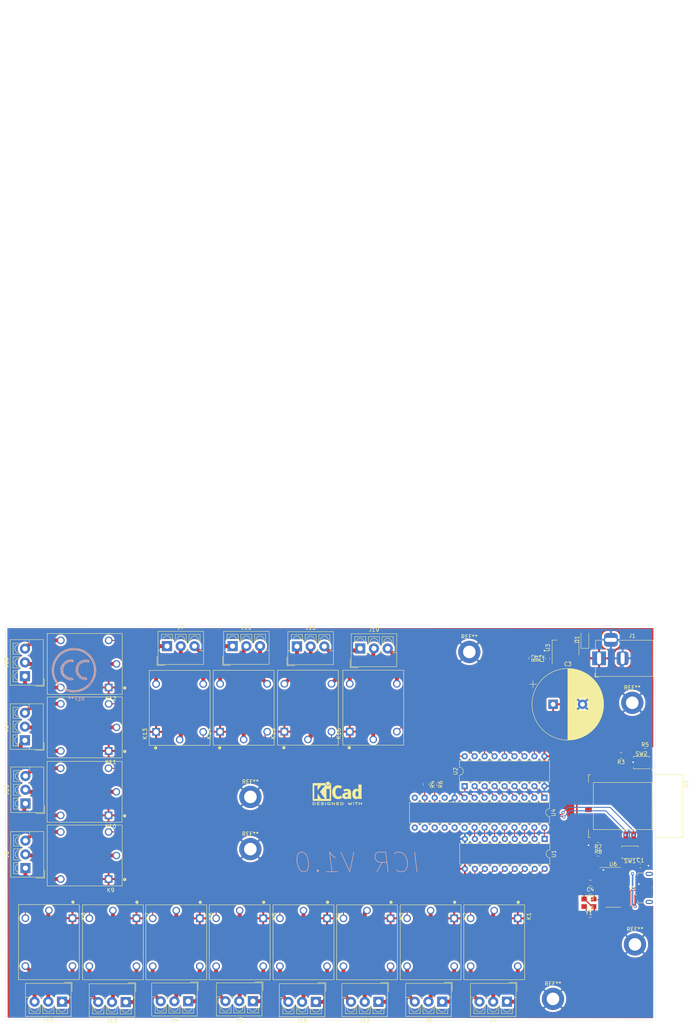
<source format=kicad_pcb>
(kicad_pcb (version 20211014) (generator pcbnew)
  (layers (0 "F.Cu" signal) (31 "B.Cu" signal) (34 "B.Paste" user) (35 "F.Paste" user) (36 "B.SilkS" user "B.Silkscreen") (37 "F.SilkS" user "F.Silkscreen") (38 "B.Mask" user) (39 "F.Mask" user) (44 "Edge.Cuts" user))
  (net 0 "")
  (net 1 "GND")
  (net 2 "+5V")
  (net 3 "Net-(C2-Pad1)")
  (net 4 "+3V3")
  (net 5 "Net-(C4-Pad1)")
  (net 6 "Net-(C5-Pad1)")
  (net 7 "Net-(C6-Pad1)")
  (net 8 "Net-(J2-Pad6)")
  (net 9 "/D-")
  (net 10 "/D+")
  (net 11 "Net-(J4-Pad3)")
  (net 12 "Net-(J4-Pad2)")
  (net 13 "Net-(J4-Pad1)")
  (net 14 "Net-(J5-Pad3)")
  (net 15 "Net-(J5-Pad2)")
  (net 16 "Net-(J5-Pad1)")
  (net 17 "Net-(J6-Pad3)")
  (net 18 "Net-(J6-Pad2)")
  (net 19 "Net-(J6-Pad1)")
  (net 20 "Net-(J7-Pad1)")
  (net 21 "Net-(J7-Pad2)")
  (net 22 "Net-(J7-Pad3)")
  (net 23 "Net-(J8-Pad1)")
  (net 24 "Net-(J8-Pad2)")
  (net 25 "Net-(J8-Pad3)")
  (net 26 "Net-(J9-Pad1)")
  (net 27 "Net-(J9-Pad2)")
  (net 28 "Net-(J9-Pad3)")
  (net 29 "Net-(J10-Pad3)")
  (net 30 "Net-(J10-Pad2)")
  (net 31 "Net-(J10-Pad1)")
  (net 32 "Net-(J11-Pad3)")
  (net 33 "Net-(J11-Pad2)")
  (net 34 "Net-(J11-Pad1)")
  (net 35 "Net-(J12-Pad3)")
  (net 36 "Net-(J12-Pad2)")
  (net 37 "Net-(J12-Pad1)")
  (net 38 "Net-(J13-Pad3)")
  (net 39 "Net-(J13-Pad2)")
  (net 40 "Net-(J13-Pad1)")
  (net 41 "Net-(J14-Pad1)")
  (net 42 "Net-(J14-Pad2)")
  (net 43 "Net-(J14-Pad3)")
  (net 44 "Net-(J15-Pad1)")
  (net 45 "Net-(J15-Pad2)")
  (net 46 "Net-(J15-Pad3)")
  (net 47 "Net-(J16-Pad1)")
  (net 48 "Net-(J16-Pad2)")
  (net 49 "Net-(J16-Pad3)")
  (net 50 "Net-(J17-Pad1)")
  (net 51 "Net-(J17-Pad2)")
  (net 52 "Net-(J17-Pad3)")
  (net 53 "Net-(J18-Pad3)")
  (net 54 "Net-(J18-Pad2)")
  (net 55 "Net-(J18-Pad1)")
  (net 56 "Net-(J19-Pad1)")
  (net 57 "Net-(J19-Pad2)")
  (net 58 "Net-(J19-Pad3)")
  (net 59 "ENABLE")
  (net 60 "/SDA")
  (net 61 "RST")
  (net 62 "/SCL")
  (net 63 "GPIO0")
  (net 64 "GPIO15")
  (net 65 "INPUT7")
  (net 66 "INPUT6")
  (net 67 "INPUT5")
  (net 68 "INPUT4")
  (net 69 "INPUT3")
  (net 70 "INPUT2")
  (net 71 "INPUT1")
  (net 72 "INPUT0")
  (net 73 "INPUT15")
  (net 74 "INPUT14")
  (net 75 "INPUT13")
  (net 76 "INPUT12")
  (net 77 "INPUT11")
  (net 78 "INPUT10")
  (net 79 "INPUT9")
  (net 80 "INPUT8")
  (net 81 "Net-(U4-Pad15)")
  (net 82 "Net-(U4-Pad16)")
  (net 83 "Net-(U4-Pad17)")
  (net 84 "Net-(U4-Pad18)")
  (net 85 "Net-(U4-Pad19)")
  (net 86 "Net-(U4-Pad20)")
  (net 87 "Net-(U4-Pad11)")
  (net 88 "Net-(U4-Pad14)")
  (net 89 "Net-(U5-Pad2)")
  (net 90 "Net-(U5-Pad4)")
  (net 91 "Net-(U5-Pad5)")
  (net 92 "Net-(U5-Pad6)")
  (net 93 "Net-(U5-Pad7)")
  (net 94 "Net-(U5-Pad17)")
  (net 95 "/RXD")
  (net 96 "/TXD")
  (net 97 "Net-(U5-Pad9)")
  (net 98 "Net-(U5-Pad10)")
  (net 99 "Net-(U5-Pad11)")
  (net 100 "Net-(U5-Pad12)")
  (net 101 "Net-(U5-Pad13)")
  (net 102 "Net-(U5-Pad14)")
  (net 103 "Net-(U6-Pad9)")
  (net 104 "Net-(U6-Pad10)")
  (net 105 "Net-(U6-Pad11)")
  (net 106 "Net-(U6-Pad12)")
  (net 107 "Net-(U6-Pad13)")
  (net 108 "Net-(U6-Pad14)")
  (net 109 "Net-(U6-Pad15)")
  (net 110 "INPUTVOL")
  (net 111 "RELAY8")
  (net 112 "RELAY7")
  (net 113 "RELAY6")
  (net 114 "RELAY5")
  (net 115 "RELAY4")
  (net 116 "RELAY3")
  (net 117 "RELAY2")
  (net 118 "RELAY1")
  (net 119 "RELAY9")
  (net 120 "RELAY10")
  (net 121 "RELAY12")
  (net 122 "RELAY13")
  (net 123 "RELAY14")
  (net 124 "RELAY16")
  (net 125 "RELAY11")
  (net 126 "RELAY15")
  (footprint "Package_TO_SOT_SMD:SOT-223-3_TabPin2" (layer "F.Cu") (at 173.67504 56.27116 90)
    (fp_text reference "U3")
    (fp_text value "AMS1117")
  )
  (footprint "Resistor_SMD:R_0805_2012Metric_Pad1.15x1.40mm_HandSolder" (layer "F.Cu") (at 181.98592 108.66628)
    (fp_text reference "R7")
    (fp_text value "10K")
  )
  (footprint "Crystal:Crystal_SMD_SeikoEpson_FA238V-4Pin_3.2x2.5mm" (layer "F.Cu") (at 179.62424 121.285 180)
    (fp_text reference "Y1")
    (fp_text value "Crystal_GND24")
  )
  (footprint "Resistor_SMD:R_0805_2012Metric_Pad1.15x1.40mm_HandSolder" (layer "F.Cu") (at 182.00116 106.6292 180)
    (fp_text reference "R8")
    (fp_text value "10K")
  )
  (footprint "Package_DIP:DIP-18_W7.62mm" (layer "F.Cu") (at 147.97532 91.57208 90)
    (fp_text reference "U2")
    (fp_text value "ULN2803A")
  )
  (footprint "Package_DIP:DIP-18_W7.62mm" (layer "F.Cu") (at 168.36644 105.0036 -90)
    (fp_text reference "U1")
    (fp_text value "ULN2803A")
  )
  (footprint "Resistor_SMD:R_0805_2012Metric_Pad1.15x1.40mm_HandSolder" (layer "F.Cu") (at 140.17752 91.1098 -90)
    (fp_text reference "R6")
    (fp_text value "4.7K")
  )
  (footprint "Resistor_SMD:R_0805_2012Metric_Pad1.15x1.40mm_HandSolder" (layer "F.Cu") (at 193.94932 82.63636)
    (fp_text reference "R5")
    (fp_text value "10K")
  )
  (footprint "Resistor_SMD:R_0805_2012Metric_Pad1.15x1.40mm_HandSolder" (layer "F.Cu") (at 187.82284 83.77428 180)
    (fp_text reference "R3")
    (fp_text value "10K")
  )
  (footprint "SRD-05VDC-SL-C:RELAY_SRD-05VDC-SL-C" (layer "F.Cu") (at 42.04208 131.3053 -90)
    (fp_text reference "K8")
    (fp_text value "SRD-05VDC-SL-C")
  )
  (footprint "Resistor_SMD:R_0805_2012Metric_Pad1.15x1.40mm_HandSolder" (layer "F.Cu") (at 138.15568 91.10472 -90)
    (fp_text reference "R4")
    (fp_text value "4.7K")
  )
  (footprint "SRD-05VDC-SL-C:RELAY_SRD-05VDC-SL-C" (layer "F.Cu") (at 51.15052 109.23016 180)
    (fp_text reference "K9")
    (fp_text value "SRD-05VDC-SL-C")
  )
  (footprint "SRD-05VDC-SL-C:RELAY_SRD-05VDC-SL-C" (layer "F.Cu") (at 51.1302 93.00718 180)
    (fp_text reference "K10")
    (fp_text value "SRD-05VDC-SL-C")
  )
  (footprint "Resistor_SMD:R_0805_2012Metric_Pad1.15x1.40mm_HandSolder" (layer "F.Cu") (at 167.24376 58.96864 90)
    (fp_text reference "R2")
    (fp_text value "550")
  )
  (footprint "Resistor_SMD:R_0805_2012Metric_Pad1.15x1.40mm_HandSolder" (layer "F.Cu") (at 165.09492 58.93932 -90)
    (fp_text reference "R1")
    (fp_text value "330")
  )
  (footprint "SRD-05VDC-SL-C:RELAY_SRD-05VDC-SL-C" (layer "F.Cu") (at 124.692781 71.569019 90)
    (fp_text reference "K16")
    (fp_text value "SRD-05VDC-SL-C")
  )
  (footprint "SRD-05VDC-SL-C:RELAY_SRD-05VDC-SL-C" (layer "F.Cu") (at 51.16576 60.4266 180)
    (fp_text reference "K12")
    (fp_text value "SRD-05VDC-SL-C")
  )
  (footprint "SRD-05VDC-SL-C:RELAY_SRD-05VDC-SL-C" (layer "F.Cu") (at 106.90352 131.3434 -90)
    (fp_text reference "K4")
    (fp_text value "SRD-05VDC-SL-C")
  )
  (footprint "SRD-05VDC-SL-C:RELAY_SRD-05VDC-SL-C" (layer "F.Cu") (at 108.0389 71.57212 90)
    (fp_text reference "K15")
    (fp_text value "SRD-05VDC-SL-C" hide)
  )
  (footprint "SRD-05VDC-SL-C:RELAY_SRD-05VDC-SL-C" (layer "F.Cu") (at 123.09348 131.3434 -90)
    (fp_text reference "K3")
    (fp_text value "SRD-05VDC-SL-C")
  )
  (footprint "SRD-05VDC-SL-C:RELAY_SRD-05VDC-SL-C" (layer "F.Cu") (at 58.34888 131.33578 -90)
    (fp_text reference "K7")
    (fp_text value "SRD-05VDC-SL-C")
  )
  (footprint "SRD-05VDC-SL-C:RELAY_SRD-05VDC-SL-C" (layer "F.Cu") (at 91.6686 71.59244 90)
    (fp_text reference "K14")
    (fp_text value "SRD-05VDC-SL-C")
  )
  (footprint "SRD-05VDC-SL-C:RELAY_SRD-05VDC-SL-C" (layer "F.Cu") (at 74.48804 131.34848 -90)
    (fp_text reference "K6")
    (fp_text value "SRD-05VDC-SL-C")
  )
  (footprint "SRD-05VDC-SL-C:RELAY_SRD-05VDC-SL-C" (layer "F.Cu") (at 75.354301 71.624939 90)
    (fp_text reference "K13")
    (fp_text value "SRD-05VDC-SL-C")
  )
  (footprint "SRD-05VDC-SL-C:RELAY_SRD-05VDC-SL-C" (layer "F.Cu") (at 90.6526 131.3434 -90)
    (fp_text reference "K5")
    (fp_text value "SRD-05VDC-SL-C")
  )
  (footprint "SRD-05VDC-SL-C:RELAY_SRD-05VDC-SL-C" (layer "F.Cu") (at 155.50388 131.3434 -90)
    (fp_text reference "K1")
    (fp_text value "SRD-05VDC-SL-C")
  )
  (footprint "TerminalBlock_4Ucon:TerminalBlock_4Ucon_1x03_P3.50mm_Vertical" (layer "F.Cu") (at 35.941 63.54064 90)
    (fp_text reference "J18")
    (fp_text value "Screw_Terminal_01x03")
  )
  (footprint "TerminalBlock_4Ucon:TerminalBlock_4Ucon_1x03_P3.50mm_Vertical" (layer "F.Cu") (at 110.06328 146.54276 180)
    (fp_text reference "J16")
    (fp_text value "Screw_Terminal_01x03")
  )
  (footprint "TerminalBlock_4Ucon:TerminalBlock_4Ucon_1x03_P3.50mm_Vertical" (layer "F.Cu") (at 105.2322 55.95112)
    (fp_text reference "J15")
    (fp_text value "Screw_Terminal_01x03")
  )
  (footprint "TerminalBlock_4Ucon:TerminalBlock_4Ucon_1x03_P3.50mm_Vertical" (layer "F.Cu") (at 88.84666 55.88508)
    (fp_text reference "J11")
    (fp_text value "Screw_Terminal_01x03")
  )
  (footprint "TerminalBlock_4Ucon:TerminalBlock_4Ucon_1x03_P3.50mm_Vertical" (layer "F.Cu") (at 36.05784 95.99168 90)
    (fp_text reference "J10")
    (fp_text value "Screw_Terminal_01x03")
  )
  (footprint "TerminalBlock_4Ucon:TerminalBlock_4Ucon_1x03_P3.50mm_Vertical" (layer "F.Cu") (at 61.6204 146.57324 180)
    (fp_text reference "J13")
    (fp_text value "Screw_Terminal_01x03")
  )
  (footprint "TerminalBlock_4Ucon:TerminalBlock_4Ucon_1x03_P3.50mm_Vertical" (layer "F.Cu") (at 72.14108 55.89016)
    (fp_text reference "J7")
    (fp_text value "Screw_Terminal_01x03")
  )
  (footprint "TerminalBlock_4Ucon:TerminalBlock_4Ucon_1x03_P3.50mm_Vertical" (layer "F.Cu") (at 35.92576 79.88808 90)
    (fp_text reference "J14")
    (fp_text value "Screw_Terminal_01x03")
  )
  (footprint "TerminalBlock_4Ucon:TerminalBlock_4Ucon_1x03_P3.50mm_Vertical" (layer "F.Cu") (at 126.01448 146.51736 180)
    (fp_text reference "J12")
    (fp_text value "Screw_Terminal_01x03")
  )
  (footprint "TerminalBlock_4Ucon:TerminalBlock_4Ucon_1x03_P3.50mm_Vertical" (layer "F.Cu") (at 94.03588 146.34972 180)
    (fp_text reference "J5")
    (fp_text value "Screw_Terminal_01x03")
  )
  (footprint "Capacitor_SMD:C_0603_1608Metric_Pad1.05x0.95mm_HandSolder" (layer "F.Cu") (at 169.12844 59.06008 90)
    (fp_text reference "C2")
    (fp_text value "10uf")
  )
  (footprint "Capacitor_SMD:C_0603_1608Metric_Pad1.05x0.95mm_HandSolder" (layer "F.Cu") (at 192.76568 111.887)
    (fp_text reference "C1")
    (fp_text value "10uf")
  )
  (footprint "TerminalBlock_4Ucon:TerminalBlock_4Ucon_1x03_P3.50mm_Vertical" (layer "F.Cu") (at 45.38472 146.47672 180)
    (fp_text reference "J17")
    (fp_text value "Screw_Terminal_01x03")
  )
  (footprint "TerminalBlock_4Ucon:TerminalBlock_4Ucon_1x03_P3.50mm_Vertical" (layer "F.Cu") (at 121.36628 56.48452)
    (fp_text reference "J19")
    (fp_text value "Screw_Terminal_01x03")
  )
  (footprint "Capacitor_SMD:C_0805_2012Metric_Pad1.15x1.40mm_HandSolder" (layer "F.Cu") (at 179.97424 124.29236)
    (fp_text reference "C6")
    (fp_text value "22pf")
  )
  (footprint "Diode_SMD:D_SOD-123" (layer "F.Cu") (at 178.61788 54.19852 90)
    (fp_text reference "D1")
    (fp_text value "D")
  )
  (footprint "Button_Switch_SMD:SW_Push_SPST_NO_Alps_SKRK" (layer "F.Cu") (at 190.09868 108.4072 180)
    (fp_text reference "SW1")
    (fp_text value "SW_Push")
  )
  (footprint "Button_Switch_SMD:SW_Push_SPST_NO_Alps_SKRK" (layer "F.Cu") (at 193.02476 85.56244)
    (fp_text reference "SW2")
    (fp_text value "SW_Push")
  )
  (footprint "SRD-05VDC-SL-C:RELAY_SRD-05VDC-SL-C" (layer "F.Cu") (at 139.30884 131.3434 -90)
    (fp_text reference "K2")
    (fp_text value "SRD-05VDC-SL-C")
  )
  (footprint "SRD-05VDC-SL-C:RELAY_SRD-05VDC-SL-C" (layer "F.Cu") (at 51.17084 76.59116 180)
    (fp_text reference "K11")
    (fp_text value "SRD-05VDC-SL-C")
  )
  (footprint "Connector_BarrelJack:BarrelJack_Horizontal" (layer "F.Cu") (at 182.22976 58.99404 180)
    (fp_text reference "J1")
    (fp_text value "Barrel_Jack_Switch")
  )
  (footprint "Capacitor_SMD:C_0805_2012Metric_Pad1.15x1.40mm_HandSolder" (layer "F.Cu") (at 179.97424 118.34368 180)
    (fp_text reference "C5")
    (fp_text value "22pf")
  )
  (footprint "XCVR_ESP8266-12E:ESP-12E" (layer "F.Cu") (at 188.02604 96.62668 -90)
    (fp_text reference "U5")
    (fp_text value "ESP8266-12E_ESP-12E")
  )
  (footprint "Capacitor_SMD:C_0805_2012Metric_Pad1.15x1.40mm_HandSolder" (layer "F.Cu") (at 180.0098 116.24056 180)
    (fp_text reference "C4")
    (fp_text value "100nf")
  )
  (footprint "Connector_USB:USB_Micro-B_GCT_USB3076-30-A" (layer "F.Cu") (at 193.81216 117.49532 90)
    (fp_text reference "J2")
    (fp_text value "USB_B_Micro")
  )
  (footprint "Package_SO:SOIC-16_3.9x9.9mm_P1.27mm" (layer "F.Cu") (at 185.80608 117.34292)
    (fp_text reference "U6")
    (fp_text value "CH340G")
  )
  (footprint "Capacitor_THT:CP_Radial_D18.0mm_P7.50mm" (layer "F.Cu") (at 170.51528 70.70852)
    (fp_text reference "C3")
    (fp_text value "CP1_Small")
  )
  (footprint "Package_DIP:DIP-28_W7.62mm" (layer "F.Cu") (at 168.2804 94.49816 -90)
    (fp_text reference "U4")
    (fp_text value "MCP23017_SP")
  )
  (footprint "TerminalBlock_4Ucon:TerminalBlock_4Ucon_1x03_P3.50mm_Vertical" (layer "F.Cu") (at 142.26032 146.47672 180)
    (fp_text reference "J8")
    (fp_text value "Screw_Terminal_01x03")
  )
  (footprint "TerminalBlock_4Ucon:TerminalBlock_4Ucon_1x03_P3.50mm_Vertical" (layer "F.Cu") (at 158.75508 146.4818 180)
    (fp_text reference "J4")
    (fp_text value "Screw_Terminal_01x03")
  )
  (footprint "TerminalBlock_4Ucon:TerminalBlock_4Ucon_1x03_P3.50mm_Vertical" (layer "F.Cu") (at 77.52588 146.37004 180)
    (fp_text reference "J9")
    (fp_text value "Screw_Terminal_01x03")
  )
  (footprint "TerminalBlock_4Ucon:TerminalBlock_4Ucon_1x03_P3.50mm_Vertical" (layer "F.Cu") (at 36.05276 112.4458 90)
    (fp_text reference "J6")
    (fp_text value "Screw_Terminal_01x03")
  )
  (footprint "MountingHole:MountingHole_3.2mm_M3_ISO7380_Pad" (layer "F.Cu") (at 93.38056 94.30512)
    (fp_text reference "REF**")
    (fp_text value "MountingHole_3.2mm_M3_ISO7380_Pad")
  )
  (footprint "MountingHole:MountingHole_3.2mm_M3_ISO7380_Pad" (layer "F.Cu") (at 93.3704 107.60456)
    (fp_text reference "REF**")
    (fp_text value "MountingHole_3.2mm_M3_ISO7380_Pad")
  )
  (footprint "MountingHole:MountingHole_3.2mm_M3_ISO7380_Pad" (layer "F.Cu") (at 190.68796 70.32244)
    (fp_text reference "REF**")
    (fp_text value "MountingHole_3.2mm_M3_ISO7380_Pad")
  )
  (footprint "MountingHole:MountingHole_3.2mm_M3_ISO7380_Pad" (layer "F.Cu") (at 191.36868 131.88188)
    (fp_text reference "REF**")
    (fp_text value "MountingHole_3.2mm_M3_ISO7380_Pad")
  )
  (footprint "MountingHole:MountingHole_3.2mm_M3_ISO7380_Pad" (layer "F.Cu") (at 149.16912 57.36844)
    (fp_text reference "REF**")
    (fp_text value "MountingHole_3.2mm_M3_ISO7380_Pad")
  )
  (footprint "MountingHole:MountingHole_3.2mm_M3_ISO7380_Pad" (layer "F.Cu") (at 170.4848 145.76552)
    (fp_text reference "REF**")
    (fp_text value "MountingHole_3.2mm_M3_ISO7380_Pad")
  )
  (footprint "Symbol:KiCad-Logo2_5mm_SilkScreen" (layer "F.Cu") (at 115.51412 93.38564)
    (fp_text reference "REF**" hide)
    (fp_text value "KiCad-Logo2_5mm_SilkScreen" hide)
  )
  (footprint "Symbol:Symbol_CreativeCommons_SilkScreenTop_Type2_Big" (layer "B.Cu") (at 48.4378 62.0268)
    (fp_text reference "REF**")
    (fp_text value "Symbol_CreativeCommons_SilkScreenTop_Type2_Big")
  )
  (gr_line (start 144.36598 -108.67898) (end 144.3482 -108.6739) (layer "F.SilkS") (width 0.12))
  (gr_line (start 196.60108 50.75428) (end 196.54012 151.20112) (layer "Edge.Cuts") (width 0.05))
  (gr_line (start 30.9372 50.77968) (end 65.81648 50.7746) (layer "Edge.Cuts") (width 0.05))
  (gr_line (start 30.99308 151.08428) (end 30.9372 50.77968) (layer "Edge.Cuts") (width 0.05))
  (gr_line (start 65.81648 50.7746) (end 196.60108 50.75428) (layer "Edge.Cuts") (width 0.05))
  (gr_line (start 196.54012 151.20112) (end 30.99308 151.08428) (layer "Edge.Cuts") (width 0.05))
  (gr_text "ICR V1.0" (at 120.81256 111.05896) (layer "B.SilkS") (effects (font (size 5 5) (thickness 0.15) italic) (justify mirror)))
  (segment (start 192.36216 116.51708) (end 192.36216 116.200321) (width 0.5) (layer "F.Cu") (net 1))
  (segment (start 193.64068 111.1618) (end 192.19868 109.7198) (width 0.6) (layer "F.Cu") (net 1))
  (segment (start 168.30548 57.8104) (end 168.30548 57.0484) (width 0.6) (layer "F.Cu") (net 1))
  (segment (start 180.97616 106.6292) (end 179.55768 106.6292) (width 0.6) (layer "F.Cu") (net 1))
  (segment (start 183.33108 112.89792) (end 180.17744 112.89792) (width 0.6) (layer "F.Cu") (net 1))
  (segment (start 180.17744 112.89792) (end 178.9848 114.09056) (width 0.6) (layer "F.Cu") (net 1))
  (segment (start 181.02604 106.57932) (end 180.97616 106.6292) (width 0.5) (layer "F.Cu") (net 1))
  (segment (start 194.7418 111.887) (end 194.80276 111.82604) (width 0.4) (layer "F.Cu") (net 1))
  (segment (start 178.42424 118.86868) (end 178.94924 118.34368) (width 0.5) (layer "F.Cu") (net 1))
  (segment (start 192.36216 116.84532) (end 192.36216 116.51708) (width 0.5) (layer "F.Cu") (net 1))
  (segment (start 178.9848 116.24056) (end 178.9848 118.30812) (width 0.5) (layer "F.Cu") (net 1))
  (segment (start 168.43872 57.94364) (end 168.30548 57.8104) (width 0.6) (layer "F.Cu") (net 1))
  (segment (start 192.19868 109.7198) (end 192.19868 108.4072) (width 0.6) (layer "F.Cu") (net 1))
  (segment (start 178.42424 120.335) (end 178.42424 118.86868) (width 0.5) (layer "F.Cu") (net 1))
  (segment (start 193.64068 111.887) (end 194.7418 111.887) (width 0.4) (layer "F.Cu") (net 1))
  (segment (start 178.9848 114.09056) (end 178.9848 116.24056) (width 0.6) (layer "F.Cu") (net 1))
  (segment (start 168.43872 57.94364) (end 168.887 57.94364) (width 0.5) (layer "F.Cu") (net 1))
  (segment (start 179.55768 106.6292) (end 179.54244 106.61396) (width 0.6) (layer "F.Cu") (net 1))
  (segment (start 167.24376 57.94364) (end 168.43872 57.94364) (width 0.5) (layer "F.Cu") (net 1))
  (segment (start 178.52424 120.335) (end 180.42424 122.235) (width 0.3) (layer "F.Cu") (net 1))
  (segment (start 178.9848 118.30812) (end 178.94924 118.34368) (width 0.5) (layer "F.Cu") (net 1))
  (segment (start 178.42424 120.335) (end 178.52424 120.335) (width 0.3) (layer "F.Cu") (net 1))
  (segment (start 168.887 57.94364) (end 169.12844 58.18508) (width 0.5) (layer "F.Cu") (net 1))
  (segment (start 193.64068 111.887) (end 193.64068 111.1618) (width 0.6) (layer "F.Cu") (net 1))
  (segment (start 180.42424 122.235) (end 180.82424 122.235) (width 0.3) (layer "F.Cu") (net 1))
  (segment (start 180.99924 122.41) (end 180.82424 122.235) (width 0.5) (layer "F.Cu") (net 1))
  (segment (start 180.99924 124.29236) (end 180.99924 122.41) (width 0.5) (layer "F.Cu") (net 1))
  (segment (start 181.02604 104.12668) (end 181.02604 106.57932) (width 0.5) (layer "F.Cu") (net 1))
  (via (at 168.30548 57.0484) (size 0.8) (drill 0.4) (layers "F.Cu" "B.Cu") (net 1))
  (via (at 192.36216 116.51708) (size 0.8) (drill 0.4) (layers "F.Cu" "B.Cu") (net 1))
  (via (at 194.80276 111.82604) (size 0.8) (drill 0.4) (layers "F.Cu" "B.Cu") (net 1))
  (via (at 183.32704 112.903) (size 0.8) (drill 0.4) (layers "F.Cu" "B.Cu") (net 1))
  (via (at 190.91656 85.46084) (size 0.8) (drill 0.4) (layers "F.Cu" "B.Cu") (net 1))
  (via (at 179.54244 106.61396) (size 0.8) (drill 0.4) (layers "F.Cu" "B.Cu") (net 1))
  (segment (start 194.80276 111.82604) (end 194.80276 111.82604) (width 0.4) (layer "B.Cu") (net 1))
  (segment (start 183.37276 112.74044) (end 183.37276 112.74044) (width 0.4) (layer "B.Cu") (net 1))
  (segment (start 188.22976 57.14404) (end 188.22976 58.99404) (width 0.4) (layer "B.Cu") (net 1))
  (segment (start 192.36216 113.22524) (end 192.36216 113.17444) (width 0.4) (layer "B.Cu") (net 1))
  (segment (start 133.7564 105.0036) (end 132.54228 103.78948) (width 0.6) (layer "B.Cu") (net 1))
  (segment (start 190.91656 83.6098) (end 178.01528 70.70852) (width 0.4) (layer "B.Cu") (net 1))
  (segment (start 135.4074 86.97976) (end 130.89128 91.49588) (width 0.6) (layer "B.Cu") (net 1))
  (segment (start 132.54228 100.41636) (end 132.54228 100.42652) (width 0.6) (layer "B.Cu") (net 1))
  (segment (start 193.71056 111.82604) (end 194.80276 111.82604) (width 0.4) (layer "B.Cu") (net 1))
  (segment (start 194.027325 110.48492) (end 184.35828 110.48492) (width 0.4) (layer "B.Cu") (net 1))
  (segment (start 169.16908 86.97976) (end 135.4074 86.97976) (width 0.6) (layer "B.Cu") (net 1))
  (segment (start 185.22976 54.29404) (end 187.07976 54.29404) (width 0.4) (layer "B.Cu") (net 1))
  (segment (start 142.30096 98.77552) (end 144.42948 96.647) (width 0.6) (layer "B.Cu") (net 1))
  (segment (start 190.91656 85.46084) (end 190.91656 83.6098) (width 0.4) (layer "B.Cu") (net 1))
  (segment (start 148.04644 105.0036) (end 133.7564 105.0036) (width 0.6) (layer "B.Cu") (net 1))
  (segment (start 168.29532 91.57208) (end 169.42669 91.57208) (width 0.6) (layer "B.Cu") (net 1))
  (segment (start 144.42948 96.647) (end 144.42948 95.48908) (width 0.6) (layer "B.Cu") (net 1))
  (segment (start 192.36216 113.17444) (end 193.71056 111.82604) (width 0.4) (layer "B.Cu") (net 1))
  (segment (start 130.89128 91.49588) (end 130.89128 98.76536) (width 0.6) (layer "B.Cu") (net 1))
  (segment (start 187.07976 54.29404) (end 188.22976 55.44404) (width 0.4) (layer "B.Cu") (net 1))
  (segment (start 188.22976 60.49404) (end 188.22976 58.99404) (width 0.4) (layer "B.Cu") (net 1))
  (segment (start 184.35828 110.48492) (end 183.37276 111.47044) (width 0.4) (layer "B.Cu") (net 1))
  (segment (start 169.42669 91.57208) (end 170.91152 90.08725) (width 0.6) (layer "B.Cu") (net 1))
  (segment (start 178.01528 70.70852) (end 188.22976 60.49404) (width 0.4) (layer "B.Cu") (net 1))
  (segment (start 192.36216 116.51708) (end 192.36216 113.22524) (width 0.4) (layer "B.Cu") (net 1))
  (segment (start 170.91152 90.08725) (end 170.91152 88.7222) (width 0.6) (layer "B.Cu") (net 1))
  (segment (start 134.19328 98.77552) (end 142.30096 98.77552) (width 0.6) (layer "B.Cu") (net 1))
  (segment (start 132.54228 100.42652) (end 134.19328 98.77552) (width 0.6) (layer "B.Cu") (net 1))
  (segment (start 144.42948 95.48908) (end 145.4204 94.49816) (width 0.6) (layer "B.Cu") (net 1))
  (segment (start 183.37276 111.47044) (end 183.37276 112.74044) (width 0.4) (layer "B.Cu") (net 1))
  (segment (start 130.89128 98.76536) (end 132.54228 100.41636) (width 0.6) (layer "B.Cu") (net 1))
  (segment (start 188.22976 55.44404) (end 188.22976 57.14404) (width 0.4) (layer "B.Cu") (net 1))
  (segment (start 170.91152 88.7222) (end 169.16908 86.97976) (width 0.6) (layer "B.Cu") (net 1))
  (segment (start 194.80276 111.260355) (end 194.027325 110.48492) (width 0.4) (layer "B.Cu") (net 1))
  (segment (start 132.54228 103.78948) (end 132.54228 100.42652) (width 0.6) (layer "B.Cu") (net 1))
  (segment (start 194.80276 111.82604) (end 194.80276 111.260355) (width 0.4) (layer "B.Cu") (net 1))
  (segment (start 191.42964 122.24004) (end 191.42964 122.39244) (width 0.4) (layer "F.Cu") (net 2))
  (segment (start 191.89068 111.887) (end 191.00292 111.887) (width 0.5) (layer "F.Cu") (net 2))
  (segment (start 191.42964 119.22784) (end 191.42964 122.24004) (width 0.4) (layer "F.Cu") (net 2))
  (segment (start 191.86216 118.79532) (end 191.42964 119.22784) (width 0.4) (layer "F.Cu") (net 2))
  (segment (start 189.992 112.89792) (end 188.28108 112.89792) (width 0.5) (layer "F.Cu") (net 2))
  (segment (start 192.36216 118.79532) (end 191.86216 118.79532) (width 0.4) (layer "F.Cu") (net 2))
  (segment (start 191.00292 111.887) (end 189.992 112.89792) (width 0.5) (layer "F.Cu") (net 2))
  (via (at 191.42964 122.24004) (size 0.8) (drill 0.4) (layers "F.Cu" "B.Cu") (net 2))
  (via (at 190.76924 113.84788) (size 0.8) (drill 0.4) (layers "F.Cu" "B.Cu") (net 2))
  (segment (start 190.76924 121.57964) (end 190.76924 113.84788) (width 0.4) (layer "B.Cu") (net 2))
  (segment (start 191.42964 122.24004) (end 190.76924 121.57964) (width 0.4) (layer "B.Cu") (net 2))
  (segment (start 170.8404 61.00572) (end 170.19908 61.00572) (width 0.5) (layer "F.Cu") (net 3))
  (segment (start 171.37504 60.47108) (end 170.8404 61.00572) (width 0.5) (layer "F.Cu") (net 3))
  (segment (start 169.06988 59.99364) (end 169.12844 59.93508) (width 0.5) (layer "F.Cu") (net 3))
  (segment (start 171.37504 59.42116) (end 171.37504 60.47108) (width 0.5) (layer "F.Cu") (net 3))
  (segment (start 165.12424 59.99364) (end 165.09492 59.96432) (width 0.5) (layer "F.Cu") (net 3))
  (segment (start 167.24376 59.99364) (end 169.06988 59.99364) (width 0.5) (layer "F.Cu") (net 3))
  (segment (start 170.19908 61.00572) (end 169.12844 59.93508) (width 0.5) (layer "F.Cu") (net 3))
  (segment (start 167.24376 59.99364) (end 165.12424 59.99364) (width 0.5) (layer "F.Cu") (net 3))
  (segment (start 188.84784 82.97428) (end 187.61584 81.74228) (width 0.5) (layer "F.Cu") (net 4))
  (segment (start 181.02604 89.12668) (end 180.02604 89.12668) (width 0.4) (layer "F.Cu") (net 4))
  (segment (start 178.61788 52.54852) (end 174.24768 52.54852) (width 0.5) (layer "F.Cu") (net 4))
  (segment (start 168.76268 88.6206) (end 143.52016 88.6206) (width 0.4) (layer "F.Cu") (net 4))
  (segment (start 177.25644 89.13368) (end 176.57572 89.8144) (width 0.4) (layer "F.Cu") (net 4))
  (segment (start 176.57572 89.8144) (end 176.57572 92.86748) (width 0.4) (layer "F.Cu") (net 4))
  (segment (start 173.67504 53.12116) (end 173.67504 54.62116) (width 0.5) (layer "F.Cu") (net 4))
  (segment (start 169.88808 53.12116) (end 173.67504 53.12116) (width 0.5) (layer "F.Cu") (net 4))
  (segment (start 180.02604 89.12668) (end 180.01904 89.13368) (width 0.4) (layer "F.Cu") (net 4))
  (segment (start 192.92432 82.63636) (end 189.98576 82.63636) (width 0.5) (layer "F.Cu") (net 4))
  (segment (start 170.688 84.27212) (end 170.688 86.69528) (width 0.4) (layer "F.Cu") (net 4))
  (segment (start 188.84784 83.77428) (end 188.84784 82.97428) (width 0.5) (layer "F.Cu") (net 4))
  (segment (start 173.67504 54.62116) (end 173.67504 59.42116) (width 0.5) (layer "F.Cu") (net 4))
  (segment (start 173.67504 59.42116) (end 173.67504 69.24876) (width 0.5) (layer "F.Cu") (net 4))
  (segment (start 187.61584 81.74228) (end 182.73776 81.74228) (width 0.5) (layer "F.Cu") (net 4))
  (segment (start 180.28592 108.66628) (end 180.96092 108.66628) (width 0.4) (layer "F.Cu") (net 4))
  (segment (start 165.09492 57.91432) (end 169.88808 53.12116) (width 0.5) (layer "F.Cu") (net 4))
  (segment (start 172.21528 70.70852) (end 170.51528 70.70852) (width 0.5) (layer "F.Cu") (net 4))
  (segment (start 170.688 72.48124) (end 170.688 84.27212) (width 0.4) (layer "F.Cu") (net 4))
  (segment (start 138.15568 90.07972) (end 140.17244 90.07972) (width 0.5) (layer "F.Cu") (net 4))
  (segment (start 175.27148 84.27212) (end 170.688 84.27212) (width 0.3) (layer "F.Cu") (net 4))
  (segment (start 181.02604 83.454) (end 181.02604 89.12668) (width 0.5) (layer "F.Cu") (net 4))
  (segment (start 176.57572 92.86748) (end 176.57572 106.38536) (width 0.4) (layer "F.Cu") (net 4))
  (segment (start 181.02604 89.12668) (end 180.12604 89.12668) (width 0.3) (layer "F.Cu") (net 4))
  (segment (start 142.05596 90.0848) (end 140.17752 90.0848) (width 0.4) (layer "F.Cu") (net 4))
  (segment (start 143.52016 90.05792) (end 143.52016 88.6206) (width 0.4) (layer "F.Cu") (net 4))
  (segment (start 174.24768 52.54852) (end 173.67504 53.12116) (width 0.5) (layer "F.Cu") (net 4))
  (segment (start 180.01904 89.13368) (end 177.25644 89.13368) (width 0.4) (layer "F.Cu") (net 4))
  (segment (start 180.12604 89.12668) (end 175.27148 84.27212) (width 0.3) (layer "F.Cu") (net 4))
  (segment (start 170.51528 70.70852) (end 170.51528 72.30852) (width 0.4) (layer "F.Cu") (net 4))
  (segment (start 189.98576 82.63636) (end 188.84784 83.77428) (width 0.5) (layer "F.Cu") (net 4))
  (segment (start 170.688 86.69528) (end 168.76268 88.6206) (width 0.4) (layer "F.Cu") (net 4))
  (segment (start 178.85664 108.66628) (end 180.28592 108.66628) (width 0.4) (layer "F.Cu") (net 4))
  (segment (start 170.51528 72.30852) (end 170.688 72.48124) (width 0.4) (layer "F.Cu") (net 4))
  (segment (start 147.9604 94.49816) (end 143.52016 90.05792) (width 0.4) (layer "F.Cu") (net 4))
  (segment (start 173.67504 69.24876) (end 172.21528 70.70852) (width 0.5) (layer "F.Cu") (net 4))
  (segment (start 182.73776 81.74228) (end 181.02604 83.454) (width 0.5) (layer "F.Cu") (net 4))
  (segment (start 143.52016 88.6206) (end 142.05596 90.0848) (width 0.4) (layer "F.Cu") (net 4))
  (segment (start 140.17244 90.07972) (end 140.17752 90.0848) (width 0.5) (layer "F.Cu") (net 4))
  (segment (start 176.57572 106.38536) (end 178.85664 108.66628) (width 0.4) (layer "F.Cu") (net 4))
  (segment (start 183.33108 116.70792) (end 181.50216 116.70792) (width 0.25) (layer "F.Cu") (net 5))
  (segment (start 181.50216 116.70792) (end 181.0348 116.24056) (width 0.25) (layer "F.Cu") (net 5))
  (segment (start 180.99924 120.16) (end 180.82424 120.335) (width 0.25) (layer "F.Cu") (net 6))
  (segment (start 183.33108 120.51792) (end 181.00716 120.51792) (width 0.25) (layer "F.Cu") (net 6))
  (segment (start 180.99924 118.34368) (end 180.99924 120.16) (width 0.25) (layer "F.Cu") (net 6))
  (segment (start 181.00716 120.51792) (end 180.82424 120.335) (width 0.25) (layer "F.Cu") (net 6))
  (segment (start 183.70179 122.15863) (end 183.70179 124.23257) (width 0.25) (layer "F.Cu") (net 7))
  (segment (start 178.94924 122.76) (end 178.42424 122.235) (width 0.25) (layer "F.Cu") (net 7))
  (segment (start 178.94924 125.58384) (end 178.94924 124.29236) (width 0.25) (layer "F.Cu") (net 7))
  (segment (start 178.94924 124.29236) (end 178.94924 122.76) (width 0.25) (layer "F.Cu") (net 7))
  (segment (start 182.1434 125.79096) (end 179.15636 125.79096) (width 0.25) (layer "F.Cu") (net 7))
  (segment (start 179.15636 125.79096) (end 178.94924 125.58384) (width 0.25) (layer "F.Cu") (net 7))
  (segment (start 183.70179 124.23257) (end 182.1434 125.79096) (width 0.25) (layer "F.Cu") (net 7))
  (segment (start 183.33108 121.78792) (end 183.70179 122.15863) (width 0.25) (layer "F.Cu") (net 7))
  (segment (start 190.598 118.56896) (end 190.598 122.96316) (width 0.2) (layer "F.Cu") (net 9))
  (segment (start 185.58616 122.8768) (end 185.58616 119.71196) (width 0.2) (layer "F.Cu") (net 9))
  (segment (start 186.32756 123.6182) (end 185.58616 122.8768) (width 0.2) (layer "F.Cu") (net 9))
  (segment (start 191.12164 118.04532) (end 190.598 118.56896) (width 0.2) (layer "F.Cu") (net 9))
  (segment (start 191.312159 118.14532) (end 191.212159 118.04532) (width 0.2) (layer "F.Cu") (net 9))
  (segment (start 185.58616 119.71196) (end 184.71212 118.83792) (width 0.2) (layer "F.Cu") (net 9))
  (segment (start 191.212159 118.04532) (end 191.12164 118.04532) (width 0.2) (layer "F.Cu") (net 9))
  (segment (start 183.74108 118.83792) (end 183.33108 119.24792) (width 0.2) (layer "F.Cu") (net 9))
  (segment (start 184.71212 118.83792) (end 183.74108 118.83792) (width 0.2) (layer "F.Cu") (net 9))
  (segment (start 189.94296 123.6182) (end 186.32756 123.6182) (width 0.2) (layer "F.Cu") (net 9))
  (segment (start 190.598 122.96316) (end 189.94296 123.6182) (width 0.2) (layer "F.Cu") (net 9))
  (segment (start 192.36216 118.14532) (end 191.312159 118.14532) (width 0.2) (layer "F.Cu") (net 9))
  (segment (start 186.03616 122.6904) (end 186.03616 119.52556) (width 0.2) (layer "F.Cu") (net 10))
  (segment (start 186.03616 119.52556) (end 184.89852 118.38792) (width 0.2) (layer "F.Cu") (net 10))
  (segment (start 190.93524 117.59532) (end 190.148 118.38256) (width 0.2) (layer "F.Cu") (net 10))
  (segment (start 190.148 122.77676) (end 189.75656 123.1682) (width 0.2) (layer "F.Cu") (net 10))
  (segment (start 186.51396 123.1682) (end 186.03616 122.6904) (width 0.2) (layer "F.Cu") (net 10))
  (segment (start 184.89852 118.38792) (end 183.74108 118.38792) (width 0.2) (layer "F.Cu") (net 10))
  (segment (start 191.212159 117.59532) (end 190.93524 117.59532) (width 0.2) (layer "F.Cu") (net 10))
  (segment (start 189.75656 123.1682) (end 186.51396 123.1682) (width 0.2) (layer "F.Cu") (net 10))
  (segment (start 183.74108 118.38792) (end 183.33108 117.97792) (width 0.2) (layer "F.Cu") (net 10))
  (segment (start 192.36216 117.49532) (end 191.312159 117.49532) (width 0.2) (layer "F.Cu") (net 10))
  (segment (start 190.148 118.38256) (end 190.148 122.77676) (width 0.2) (layer "F.Cu") (net 10))
  (segment (start 191.312159 117.49532) (end 191.212159 117.59532) (width 0.2) (layer "F.Cu") (net 10))
  (segment (start 149.50388 144.2306) (end 151.75508 146.4818) (width 1) (layer "F.Cu") (net 11))
  (segment (start 149.50388 137.4434) (end 149.50388 144.2306) (width 1) (layer "F.Cu") (net 11))
  (segment (start 155.25508 146.4818) (end 155.25508 123.4922) (width 1) (layer "F.Cu") (net 12))
  (segment (start 155.25508 123.4922) (end 155.50388 123.2434) (width 1) (layer "F.Cu") (net 12))
  (segment (start 161.50388 137.4434) (end 161.50388 146.033) (width 1) (layer "F.Cu") (net 13))
  (segment (start 161.05508 146.4818) (end 158.75508 146.4818) (width 1) (layer "F.Cu") (net 13))
  (segment (start 161.50388 146.033) (end 161.05508 146.4818) (width 1) (layer "F.Cu") (net 13))
  (segment (start 84.6526 137.4434) (end 84.6526 143.96644) (width 1) (layer "F.Cu") (net 14))
  (segment (start 84.6526 143.96644) (end 87.03588 146.34972) (width 1) (layer "F.Cu") (net 14))
  (segment (start 90.6526 123.2434) (end 90.6526 146.233) (width 1) (layer "F.Cu") (net 15))
  (segment (start 90.6526 146.233) (end 90.53588 146.34972) (width 1) (layer "F.Cu") (net 15))
  (segment (start 96.6526 146.033) (end 96.33588 146.34972) (width 1) (layer "F.Cu") (net 16))
  (segment (start 96.33588 146.34972) (end 94.03588 146.34972) (width 1) (layer "F.Cu") (net 16))
  (segment (start 96.6526 137.4434) (end 96.6526 146.033) (width 1) (layer "F.Cu") (net 16))
  (segment (start 38.2684 103.23016) (end 36.05276 105.4458) (width 1) (layer "F.Cu") (net 17))
  (segment (start 45.05052 103.23016) (end 38.2684 103.23016) (width 1) (layer "F.Cu") (net 17))
  (segment (start 59.25052 109.23016) (end 36.33712 109.23016) (width 1) (layer "F.Cu") (net 18))
  (segment (start 36.33712 109.23016) (end 36.05276 108.9458) (width 1) (layer "F.Cu") (net 18))
  (segment (start 36.05276 114.7458) (end 36.05276 112.4458) (width 1) (layer "F.Cu") (net 19))
  (segment (start 45.05052 115.23016) (end 36.53712 115.23016) (width 1) (layer "F.Cu") (net 19))
  (segment (start 36.53712 115.23016) (end 36.05276 114.7458) (width 1) (layer "F.Cu") (net 19))
  (segment (start 69.354301 65.524939) (end 69.354301 56.376939) (width 1) (layer "F.Cu") (net 20))
  (segment (start 69.84108 55.89016) (end 72.14108 55.89016) (width 1) (layer "F.Cu") (net 20))
  (segment (start 69.354301 56.376939) (end 69.84108 55.89016) (width 1) (layer "F.Cu") (net 20))
  (segment (start 75.64108 79.43816) (end 75.354301 79.724939) (width 1) (layer "F.Cu") (net 21))
  (segment (start 75.64108 55.89016) (end 75.64108 79.43816) (width 1) (layer "F.Cu") (net 21))
  (segment (start 81.354301 58.103381) (end 79.14108 55.89016) (width 1) (layer "F.Cu") (net 22))
  (segment (start 81.354301 65.524939) (end 81.354301 58.103381) (width 1) (layer "F.Cu") (net 22))
  (segment (start 144.56032 146.47672) (end 142.26032 146.47672) (width 1) (layer "F.Cu") (net 23))
  (segment (start 145.30884 145.7282) (end 144.56032 146.47672) (width 1) (layer "F.Cu") (net 23))
  (segment (start 145.30884 137.4434) (end 145.30884 145.7282) (width 1) (layer "F.Cu") (net 23))
  (segment (start 139.30884 145.9282) (end 138.76032 146.47672) (width 1) (layer "F.Cu") (net 24))
  (segment (start 139.30884 123.2434) (end 139.30884 145.9282) (width 1) (layer "F.Cu") (net 24))
  (segment (start 133.30884 137.4434) (end 133.30884 144.52524) (width 1) (layer "F.Cu") (net 25))
  (segment (start 133.30884 144.52524) (end 135.26032 146.47672) (width 1) (layer "F.Cu") (net 25))
  (segment (start 80.48804 145.70788) (end 79.82588 146.37004) (width 1) (layer "F.Cu") (net 26))
  (segment (start 79.82588 146.37004) (end 77.52588 146.37004) (width 1) (layer "F.Cu") (net 26))
  (segment (start 80.48804 137.44848) (end 80.48804 145.70788) (width 1) (layer "F.Cu") (net 26))
  (segment (start 74.48804 145.90788) (end 74.02588 146.37004) (width 1) (layer "F.Cu") (net 27))
  (segment (start 74.48804 123.24848) (end 74.48804 145.90788) (width 1) (layer "F.Cu") (net 27))
  (segment (start 68.48804 137.44848) (end 68.48804 144.3322) (width 1) (layer "F.Cu") (net 28))
  (segment (start 68.48804 144.3322) (end 70.52588 146.37004) (width 1) (layer "F.Cu") (net 28))
  (segment (start 38.04234 87.00718) (end 36.05784 88.99168) (width 1) (layer "F.Cu") (net 29))
  (segment (start 45.0302 87.00718) (end 38.04234 87.00718) (width 1) (layer "F.Cu") (net 29))
  (segment (start 59.2302 93.00718) (end 36.57334 93.00718) (width 1) (layer "F.Cu") (net 30))
  (segment (start 36.57334 93.00718) (end 36.05784 92.49168) (width 1) (layer "F.Cu") (net 30))
  (segment (start 45.0302 99.00718) (end 36.77334 99.00718) (width 1) (layer "F.Cu") (net 31))
  (segment (start 36.77334 99.00718) (end 35.76444 97.99828) (width 1) (layer "F.Cu") (net 31))
  (segment (start 35.76444 97.99828) (end 35.76444 96.28508) (width 1) (layer "F.Cu") (net 31))
  (segment (start 35.76444 96.28508) (end 36.05784 95.99168) (width 1) (layer "F.Cu") (net 31))
  (segment (start 95.84666 55.88508) (end 95.84666 63.6705) (width 1) (layer "F.Cu") (net 32))
  (segment (start 95.84666 63.6705) (end 97.6686 65.49244) (width 1) (layer "F.Cu") (net 32))
  (segment (start 91.6686 56.56314) (end 92.34666 55.88508) (width 1) (layer "F.Cu") (net 33))
  (segment (start 91.6686 79.69244) (end 91.6686 56.56314) (width 1) (layer "F.Cu") (net 33))
  (segment (start 85.6686 64.092369) (end 85.6686 65.49244) (width 1) (layer "F.Cu") (net 34))
  (segment (start 86.54666 55.88508) (end 85.6686 56.76314) (width 1) (layer "F.Cu") (net 34))
  (segment (start 88.84666 55.88508) (end 86.54666 55.88508) (width 1) (layer "F.Cu") (net 34))
  (segment (start 85.6686 56.76314) (end 85.6686 64.092369) (width 1) (layer "F.Cu") (net 34))
  (segment (start 117.09348 137.4434) (end 117.09348 144.59636) (width 1) (layer "F.Cu") (net 35))
  (segment (start 117.09348 144.59636) (end 119.01448 146.51736) (width 1) (layer "F.Cu") (net 35))
  (segment (start 122.51448 146.51736) (end 122.51448 123.8224) (width 1) (layer "F.Cu") (net 36))
  (segment (start 122.51448 123.8224) (end 123.09348 123.2434) (width 1) (layer "F.Cu") (net 36))
  (segment (start 129.09348 145.73836) (end 128.31448 146.51736) (width 1) (layer "F.Cu") (net 37))
  (segment (start 129.09348 137.4434) (end 129.09348 145.73836) (width 1) (layer "F.Cu") (net 37))
  (segment (start 128.31448 146.51736) (end 126.01448 146.51736) (width 1) (layer "F.Cu") (net 37))
  (segment (start 52.34888 137.43578) (end 52.34888 144.30172) (width 1) (layer "F.Cu") (net 38))
  (segment (start 52.34888 144.30172) (end 54.6204 146.57324) (width 1) (layer "F.Cu") (net 38))
  (segment (start 58.34888 123.23578) (end 58.34888 146.34476) (width 1) (layer "F.Cu") (net 39))
  (segment (start 58.34888 146.34476) (end 58.1204 146.57324) (width 1) (layer "F.Cu") (net 39))
  (segment (start 64.34888 137.43578) (end 64.34888 146.14476) (width 1) (layer "F.Cu") (net 40))
  (segment (start 63.9204 146.57324) (end 61.6204 146.57324) (width 1) (layer "F.Cu") (net 40))
  (segment (start 64.34888 146.14476) (end 63.9204 146.57324) (width 1) (layer "F.Cu") (net 40))
  (segment (start 34.83356 80.98028) (end 35.92576 79.88808) (width 1) (layer "F.Cu") (net 41))
  (segment (start 34.83356 81.87436) (end 34.83356 80.98028) (width 1) (layer "F.Cu") (net 41))
  (segment (start 45.07084 82.59116) (end 35.55036 82.59116) (width 1) (layer "F.Cu") (net 41))
  (segment (start 35.55036 82.59116) (end 34.83356 81.87436) (width 1) (layer "F.Cu") (net 41))
  (segment (start 59.27084 76.59116) (end 36.12884 76.59116) (width 1) (layer "F.Cu") (net 42))
  (segment (start 36.12884 76.59116) (end 35.92576 76.38808) (width 1) (layer "F.Cu") (net 42))
  (segment (start 45.07084 70.59116) (end 38.22268 70.59116) (width 1) (layer "F.Cu") (net 43))
  (segment (start 38.22268 70.59116) (end 35.92576 72.88808) (width 1) (layer "F.Cu") (net 43))
  (segment (start 105.2322 62.27882) (end 102.0389 65.47212) (width 1) (layer "F.Cu") (net 44))
  (segment (start 105.2322 55.95112) (end 105.2322 62.27882) (width 1) (layer "F.Cu") (net 44))
  (segment (start 108.7322 78.97882) (end 108.0389 79.67212) (width 1) (layer "F.Cu") (net 45))
  (segment (start 108.7322 55.95112) (end 108.7322 78.97882) (width 1) (layer "F.Cu") (net 45))
  (segment (start 113.532199 57.251119) (end 112.2322 55.95112) (width 1) (layer "F.Cu") (net 46))
  (segment (start 115.028899 58.747819) (end 113.532199 57.251119) (width 1) (layer "F.Cu") (net 46))
  (segment (start 114.0389 65.47212) (end 115.028899 64.482121) (width 1) (layer "F.Cu") (net 46))
  (segment (start 115.028899 64.482121) (end 115.028899 58.747819) (width 1) (layer "F.Cu") (net 46))
  (segment (start 112.90352 146.00252) (end 112.36328 146.54276) (width 1) (layer "F.Cu") (net 47))
  (segment (start 112.36328 146.54276) (end 110.06328 146.54276) (width 1) (layer "F.Cu") (net 47))
  (segment (start 112.90352 137.4434) (end 112.90352 146.00252) (width 1) (layer "F.Cu") (net 47))
  (segment (start 106.90352 123.2434) (end 106.90352 146.20252) (width 1) (layer "F.Cu") (net 48))
  (segment (start 106.90352 146.20252) (end 106.56328 146.54276) (width 1) (layer "F.Cu") (net 48))
  (segment (start 100.90352 137.4434) (end 100.90352 144.383) (width 1) (layer "F.Cu") (net 49))
  (segment (start 100.90352 144.383) (end 103.06328 146.54276) (width 1) (layer "F.Cu") (net 49))
  (segment (start 47.68472 146.47672) (end 45.38472 146.47672) (width 1) (layer "F.Cu") (net 50))
  (segment (start 48.04208 137.4053) (end 48.04208 146.11936) (width 1) (layer "F.Cu") (net 50))
  (segment (start 48.04208 146.11936) (end 47.68472 146.47672) (width 1) (layer "F.Cu") (net 50))
  (segment (start 41.88472 123.36266) (end 42.04208 123.2053) (width 1) (layer "F.Cu") (net 51))
  (segment (start 41.88472 146.47672) (end 41.88472 123.36266) (width 1) (layer "F.Cu") (net 51))
  (segment (start 38.38472 139.74794) (end 36.04208 137.4053) (width 1) (layer "F.Cu") (net 52))
  (segment (start 38.38472 146.47672) (end 38.38472 139.74794) (width 1) (layer "F.Cu") (net 52))
  (segment (start 38.05504 54.4266) (end 35.941 56.54064) (width 1) (layer "F.Cu") (net 53))
  (segment (start 45.06576 54.4266) (end 38.05504 54.4266) (width 1) (layer "F.Cu") (net 53))
  (segment (start 36.32696 60.4266) (end 35.941 60.04064) (width 1) (layer "F.Cu") (net 54))
  (segment (start 59.26576 60.4266) (end 36.32696 60.4266) (width 1) (layer "F.Cu") (net 54))
  (segment (start 36.52696 66.4266) (end 35.941 65.84064) (width 1) (layer "F.Cu") (net 55))
  (segment (start 45.06576 66.4266) (end 36.52696 66.4266) (width 1) (layer "F.Cu") (net 55))
  (segment (start 35.941 65.84064) (end 35.941 63.54064) (width 1) (layer "F.Cu") (net 55))
  (segment (start 120.86336 56.98744) (end 121.36628 56.48452) (width 1) (layer "F.Cu") (net 56))
  (segment (start 119.71528 56.98744) (end 120.86336 56.98744) (width 1) (layer "F.Cu") (net 56))
  (segment (start 118.692781 58.009939) (end 119.71528 56.98744) (width 1) (layer "F.Cu") (net 56))
  (segment (start 118.692781 65.469019) (end 118.692781 58.009939) (width 1) (layer "F.Cu") (net 56))
  (segment (start 124.692781 56.658019) (end 124.86628 56.48452) (width 1) (layer "F.Cu") (net 57))
  (segment (start 124.692781 79.669019) (end 124.692781 56.658019) (width 1) (layer "F.Cu") (net 57))
  (segment (start 130.692781 65.469019) (end 130.692781 58.811021) (width 1) (layer "F.Cu") (net 58))
  (segment (start 130.692781 58.811021) (end 128.36628 56.48452) (width 1) (layer "F.Cu") (net 58))
  (segment (start 191.02604 87.61756) (end 191.02604 89.12668) (width 0.25) (layer "F.Cu") (net 59))
  (segment (start 188.640478 87.46744) (end 190.87592 87.46744) (width 0.25) (layer "F.Cu") (net 59))
  (segment (start 186.79784 83.77428) (end 186.79784 85.624802) (width 0.25) (layer "F.Cu") (net 59))
  (segment (start 186.79784 85.624802) (end 188.640478 87.46744) (width 0.25) (layer "F.Cu") (net 59))
  (segment (start 190.87592 87.46744) (end 191.02604 87.61756) (width 0.25) (layer "F.Cu") (net 59))
  (segment (start 141.38116 99.21029) (end 173.03285 99.21029) (width 0.25) (layer "F.Cu") (net 60))
  (segment (start 137.8004 94.49816) (end 137.8004 92.485) (width 0.25) (layer "F.Cu") (net 60))
  (segment (start 137.8004 94.49816) (end 137.8004 95.62953) (width 0.25) (layer "F.Cu") (net 60))
  (segment (start 137.8004 95.62953) (end 141.38116 99.21029) (width 0.25) (layer "F.Cu") (net 60))
  (segment (start 173.03285 99.21029) (end 173.25848 99.43592) (width 0.25) (layer "F.Cu") (net 60))
  (segment (start 137.8004 92.485) (end 138.15568 92.12972) (width 0.25) (layer "F.Cu") (net 60))
  (via (at 173.25848 99.43592) (size 0.8) (drill 0.4) (layers "F.Cu" "B.Cu") (net 60))
  (via (at 188.91504 104.03332) (size 0.8) (drill 0.4) (layers "F.Cu" "B.Cu") (net 60))
  (segment (start 188.91504 104.03332) (end 188.91504 104.09428) (width 0.25) (layer "B.Cu") (net 60))
  (segment (start 183.92648 97.84588) (end 176.9364 97.84588) (width 0.25) (layer "B.Cu") (net 60))
  (segment (start 176.9364 97.84588) (end 176.93132 97.85096) (width 0.25) (layer "B.Cu") (net 60))
  (segment (start 176.93132 97.85096) (end 174.84344 97.85096) (width 0.25) (layer "B.Cu") (net 60))
  (segment (start 188.91504 102.83444) (end 183.92648 97.84588) (width 0.25) (layer "B.Cu") (net 60))
  (segment (start 188.91504 104.03332) (end 188.91504 102.83444) (width 0.25) (layer "B.Cu") (net 60))
  (segment (start 174.84344 97.85096) (end 173.25848 99.43592) (width 0.25) (layer "B.Cu") (net 60))
  (segment (start 194.97432 82.63636) (end 194.97432 85.412) (width 0.25) (layer "F.Cu") (net 61))
  (segment (start 195.12476 89.02796) (end 195.02604 89.12668) (width 0.25) (layer "F.Cu") (net 61))
  (segment (start 194.97432 85.412) (end 195.12476 85.56244) (width 0.25) (layer "F.Cu") (net 61))
  (segment (start 195.12476 85.56244) (end 195.12476 89.02796) (width 0.25) (layer "F.Cu") (net 61))
  (segment (start 172.8978 98.76028) (end 172.8978 98.43516) (width 0.25) (layer "F.Cu") (net 62))
  (segment (start 140.3404 92.29768) (end 140.17752 92.1348) (width 0.25) (layer "F.Cu") (net 62))
  (segment (start 140.3404 94.49816) (end 140.3404 95.62953) (width 0.25) (layer "F.Cu") (net 62))
  (segment (start 143.47115 98.76028) (end 172.8978 98.76028) (width 0.25) (layer "F.Cu") (net 62))
  (segment (start 140.3404 94.49816) (end 140.3404 92.29768) (width 0.25) (layer "F.Cu") (net 62))
  (segment (start 140.3404 95.62953) (end 143.47115 98.76028) (width 0.25) (layer "F.Cu") (net 62))
  (segment (start 172.8978 98.43516) (end 173.04512 98.28784) (width 0.25) (layer "F.Cu") (net 62))
  (via (at 173.04512 98.28784) (size 0.8) (drill 0.4) (layers "F.Cu" "B.Cu") (net 62))
  (via (at 191.0334 104.08412) (size 0.8) (drill 0.4) (layers "F.Cu" "B.Cu") (net 62))
  (segment (start 191.0334 104.08412) (end 191.0334 104.08412) (width 0.25) (layer "B.Cu") (net 62))
  (segment (start 174.40148 96.93148) (end 173.04512 98.28784) (width 0.25) (layer "B.Cu") (net 62))
  (segment (start 191.0334 104.08412) (end 191.0334 102.95128) (width 0.25) (layer "B.Cu") (net 62))
  (segment (start 185.04408 96.96196) (end 177.400485 96.96196) (width 0.25) (layer "B.Cu") (net 62))
  (segment (start 176.054285 96.9518) (end 176.033965 96.93148) (width 0.25) (layer "B.Cu") (net 62))
  (segment (start 177.400485 96.96196) (end 177.390325 96.9518) (width 0.25) (layer "B.Cu") (net 62))
  (segment (start 177.390325 96.9518) (end 176.054285 96.9518) (width 0.25) (layer "B.Cu") (net 62))
  (segment (start 191.0334 102.95128) (end 185.04408 96.96196) (width 0.25) (layer "B.Cu") (net 62))
  (segment (start 176.033965 96.93148) (end 174.40148 96.93148) (width 0.25) (layer "B.Cu") (net 62))
  (segment (start 184.4878 107.8644) (end 187.02604 107.8644) (width 0.25) (layer "F.Cu") (net 63))
  (segment (start 183.68592 108.66628) (end 184.4878 107.8644) (width 0.25) (layer "F.Cu") (net 63))
  (segment (start 187.99868 108.4072) (end 187.49868 108.4072) (width 0.25) (layer "F.Cu") (net 63))
  (segment (start 187.02604 107.8644) (end 187.02604 105.37668) (width 0.25) (layer "F.Cu") (net 63))
  (segment (start 183.01092 108.66628) (end 183.68592 108.66628) (width 0.25) (layer "F.Cu") (net 63))
  (segment (start 187.49868 108.4072) (end 187.02604 107.93456) (width 0.25) (layer "F.Cu") (net 63))
  (segment (start 187.02604 107.93456) (end 187.02604 107.8644) (width 0.25) (layer "F.Cu") (net 63))
  (segment (start 187.02604 105.37668) (end 187.02604 104.12668) (width 0.25) (layer "F.Cu") (net 63))
  (segment (start 183.02604 104.12668) (end 183.02604 106.62908) (width 0.5) (layer "F.Cu") (net 64))
  (segment (start 183.02604 106.62908) (end 183.02616 106.6292) (width 0.5) (layer "F.Cu") (net 64))
  (segment (start 168.2804 104.91756) (end 168.36644 105.0036) (width 0.25) (layer "F.Cu") (net 65))
  (segment (start 168.2804 102.11816) (end 168.2804 104.91756) (width 0.25) (layer "F.Cu") (net 65))
  (segment (start 165.7404 102.11816) (end 165.7404 104.91756) (width 0.25) (layer "F.Cu") (net 66))
  (segment (start 165.7404 104.91756) (end 165.82644 105.0036) (width 0.25) (layer "F.Cu") (net 66))
  (segment (start 163.2004 102.11816) (end 163.2004 104.91756) (width 0.25) (layer "F.Cu") (net 67))
  (segment (start 163.2004 104.91756) (end 163.28644 105.0036) (width 0.25) (layer "F.Cu") (net 67))
  (segment (start 160.6604 104.91756) (end 160.74644 105.0036) (width 0.25) (layer "F.Cu") (net 68))
  (segment (start 160.6604 102.11816) (end 160.6604 104.91756) (width 0.25) (layer "F.Cu") (net 68))
  (segment (start 158.1204 104.91756) (end 158.20644 105.0036) (width 0.25) (layer "F.Cu") (net 69))
  (segment (start 158.1204 102.11816) (end 158.1204 104.91756) (width 0.25) (layer "F.Cu") (net 69))
  (segment (start 155.5804 102.11816) (end 155.5804 104.91756) (width 0.25) (layer "F.Cu") (net 70))
  (segment (start 155.5804 104.91756) (end 155.66644 105.0036) (width 0.25) (layer "F.Cu") (net 70))
  (segment (start 153.0404 102.11816) (end 153.0404 104.91756) (width 0.25) (layer "F.Cu") (net 71))
  (segment (start 153.0404 104.91756) (end 153.12644 105.0036) (width 0.25) (layer "F.Cu") (net 71))
  (segment (start 150.5004 102.11816) (end 150.5004 104.91756) (width 0.25) (layer "F.Cu") (net 72))
  (segment (start 150.5004 104.91756) (end 150.58644 105.0036) (width 0.25) (layer "F.Cu") (net 72))
  (segment (start 148.48488 93.13164) (end 149.13388 93.13164) (width 0.25) (layer "F.Cu") (net 73))
  (segment (start 147.97532 92.62208) (end 148.48488 93.13164) (width 0.25) (layer "F.Cu") (net 73))
  (segment (start 149.13388 93.13164) (end 150.5004 94.49816) (width 0.25) (layer "F.Cu") (net 73))
  (segment (start 147.97532 91.57208) (end 147.97532 92.62208) (width 0.25) (layer "F.Cu") (net 73))
  (segment (start 150.51532 91.57208) (end 153.0404 94.09716) (width 0.25) (layer "F.Cu") (net 74))
  (segment (start 153.0404 94.09716) (end 153.0404 94.49816) (width 0.25) (layer "F.Cu") (net 74))
  (segment (start 155.5804 94.09716) (end 155.5804 94.49816) (width 0.25) (layer "F.Cu") (net 75))
  (segment (start 153.05532 91.57208) (end 155.5804 94.09716) (width 0.25) (layer "F.Cu") (net 75))
  (segment (start 158.1204 94.09716) (end 158.1204 94.49816) (width 0.25) (layer "F.Cu") (net 76))
  (segment (start 155.59532 91.57208) (end 158.1204 94.09716) (width 0.25) (layer "F.Cu") (net 76))
  (segment (start 160.6604 94.09716) (end 160.6604 94.49816) (width 0.25) (layer "F.Cu") (net 77))
  (segment (start 158.13532 91.57208) (end 160.6604 94.09716) (width 0.25) (layer "F.Cu") (net 77))
  (segment (start 160.67532 91.57208) (end 163.2004 94.09716) (width 0.25) (layer "F.Cu") (net 78))
  (segment (start 163.2004 94.09716) (end 163.2004 94.49816) (width 0.25) (layer "F.Cu") (net 78))
  (segment (start 165.7404 94.09716) (end 165.7404 94.49816) (width 0.25) (layer "F.Cu") (net 79))
  (segment (start 163.21532 91.57208) (end 165.7404 94.09716) (width 0.25) (layer "F.Cu") (net 79))
  (segment (start 168.2804 94.09716) (end 168.2804 94.49816) (width 0.25) (layer "F.Cu") (net 80))
  (segment (start 165.75532 91.57208) (end 168.2804 94.09716) (width 0.25) (layer "F.Cu") (net 80))
  (segment (start 184.92724 112.55756) (end 184.92724 113.64676) (width 0.25) (layer "F.Cu") (net 95))
  (segment (start 193.02604 104.12668) (end 193.02604 104.52668) (width 0.25) (layer "F.Cu") (net 95))
  (segment (start 189.18428 108.36844) (end 189.18428 110.00232) (width 0.25) (layer "F.Cu") (net 95))
  (segment (start 184.40608 114.16792) (end 183.33108 114.16792) (width 0.25) (layer "F.Cu") (net 95))
  (segment (start 184.92724 113.64676) (end 184.40608 114.16792) (width 0.25) (layer "F.Cu") (net 95))
  (segment (start 186.25312 111.23168) (end 184.92724 112.55756) (width 0.25) (layer "F.Cu") (net 95))
  (segment (start 189.18428 110.00232) (end 187.95492 111.23168) (width 0.25) (layer "F.Cu") (net 95))
  (segment (start 187.95492 111.23168) (end 186.25312 111.23168) (width 0.25) (layer "F.Cu") (net 95))
  (segment (start 193.02604 104.52668) (end 189.18428 108.36844) (width 0.25) (layer "F.Cu") (net 95))
  (segment (start 184.60212 115.43792) (end 183.33108 115.43792) (width 0.25) (layer "F.Cu") (net 96))
  (segment (start 195.02604 105.37668) (end 194.1342 106.26852) (width 0.25) (layer "F.Cu") (net 96))
  (segment (start 185.37725 112.85431) (end 185.37725 114.66279) (width 0.25) (layer "F.Cu") (net 96))
  (segment (start 186.54987 111.68169) (end 185.37725 112.85431) (width 0.25) (layer "F.Cu") (net 96))
  (segment (start 191.92061 106.26852) (end 189.74308 108.44605) (width 0.25) (layer "F.Cu") (net 96))
  (segment (start 188.266911 111.681689) (end 188.14132 111.68169) (width 0.25) (layer "F.Cu") (net 96))
  (segment (start 188.14132 111.68169) (end 186.54987 111.68169) (width 0.25) (layer "F.Cu") (net 96))
  (segment (start 185.37725 114.66279) (end 184.60212 115.43792) (width 0.25) (layer "F.Cu") (net 96))
  (segment (start 194.1342 106.26852) (end 191.92061 106.26852) (width 0.25) (layer "F.Cu") (net 96))
  (segment (start 195.02604 104.12668) (end 195.02604 105.37668) (width 0.25) (layer "F.Cu") (net 96))
  (segment (start 189.74308 108.44605) (end 189.74308 110.20552) (width 0.25) (layer "F.Cu") (net 96))
  (segment (start 189.74308 110.20552) (end 188.266911 111.681689) (width 0.25) (layer "F.Cu") (net 96))
  (segment (start 179.13118 58.14546) (end 178.58232 57.5966) (width 0.5) (layer "F.Cu") (net 110))
  (segment (start 182.22976 58.99404) (end 179.97976 58.99404) (width 0.5) (layer "F.Cu") (net 110))
  (segment (start 175.97504 59.42116) (end 177.22504 59.42116) (width 0.5) (layer "F.Cu") (net 110))
  (segment (start 179.97976 58.99404) (end 179.13118 58.14546) (width 0.5) (layer "F.Cu") (net 110))
  (segment (start 177.22504 59.42116) (end 178.50074 58.14546) (width 0.5) (layer "F.Cu") (net 110))
  (segment (start 178.58232 57.5966) (end 178.61788 57.56104) (width 0.5) (layer "F.Cu") (net 110))
  (segment (start 178.61788 57.56104) (end 178.61788 55.84852) (width 0.5) (layer "F.Cu") (net 110))
  (segment (start 178.50074 58.14546) (end 179.13118 58.14546) (width 0.5) (layer "F.Cu") (net 110))
  (segment (start 35.97656 121.43232) (end 36.04208 121.49784) (width 0.25) (layer "F.Cu") (net 111))
  (segment (start 150.58644 112.6236) (end 150.58644 114.1476) (width 0.25) (layer "F.Cu") (net 111))
  (segment (start 150.58644 114.1476) (end 147.665908 117.068132) (width 0.25) (layer "F.Cu") (net 111))
  (segment (start 36.04208 121.49784) (end 36.04208 125.2053) (width 0.25) (layer "F.Cu") (net 111))
  (segment (start 64.78821 120.60131) (end 36.80757 120.60131) (width 0.25) (layer "F.Cu") (net 111))
  (segment (start 68.321388 117.068132) (end 64.78821 120.60131) (width 0.25) (layer "F.Cu") (net 111))
  (segment (start 36.80757 120.60131) (end 35.97656 121.43232) (width 0.25) (layer "F.Cu") (net 111))
  (segment (start 147.665908 117.068132) (end 68.321388 117.068132) (width 0.25) (layer "F.Cu") (net 111))
  (segment (start 68.613058 117.518142) (end 65.07988 121.05132) (width 0.25) (layer "F.Cu") (net 112))
  (segment (start 52.34888 121.93576) (end 52.34888 125.23578) (width 0.25) (layer "F.Cu") (net 112))
  (segment (start 153.12644 112.6236) (end 148.231898 117.518142) (width 0.25) (layer "F.Cu") (net 112))
  (segment (start 53.23332 121.05132) (end 52.34888 121.93576) (width 0.25) (layer "F.Cu") (net 112))
  (segment (start 148.231898 117.518142) (end 68.613058 117.518142) (width 0.25) (layer "F.Cu") (net 112))
  (segment (start 65.07988 121.05132) (end 53.23332 121.05132) (width 0.25) (layer "F.Cu") (net 112))
  (segment (start 150.321888 117.968152) (end 69.788648 117.968152) (width 0.25) (layer "F.Cu") (net 113))
  (segment (start 69.788648 117.968152) (end 68.48804 119.26876) (width 0.25) (layer "F.Cu") (net 113))
  (segment (start 68.48804 119.26876) (end 68.48804 125.24848) (width 0.25) (layer "F.Cu") (net 113))
  (segment (start 155.66644 112.6236) (end 150.321888 117.968152) (width 0.25) (layer "F.Cu") (net 113))
  (segment (start 152.411879 118.418161) (end 86.016279 118.418161) (width 0.25) (layer "F.Cu") (net 114))
  (segment (start 86.016279 118.418161) (end 84.6526 119.78184) (width 0.25) (layer "F.Cu") (net 114))
  (segment (start 158.20644 112.6236) (end 152.411879 118.418161) (width 0.25) (layer "F.Cu") (net 114))
  (segment (start 84.6526 119.78184) (end 84.6526 125.2434) (width 0.25) (layer "F.Cu") (net 114))
  (segment (start 160.74644 112.6236) (end 154.50187 118.86817) (width 0.25) (layer "F.Cu") (net 115))
  (segment (start 154.50187 118.86817) (end 102.40647 118.86817) (width 0.25) (layer "F.Cu") (net 115))
  (segment (start 100.90352 120.37112) (end 100.90352 125.2434) (width 0.25) (layer "F.Cu") (net 115))
  (segment (start 102.40647 118.86817) (end 100.90352 120.37112) (width 0.25) (layer "F.Cu") (net 115))
  (segment (start 162.486441 113.423599) (end 162.486441 113.464239) (width 0.25) (layer "F.Cu") (net 116))
  (segment (start 120.38162 119.31818) (end 117.09348 122.60632) (width 0.25) (layer "F.Cu") (net 116))
  (segment (start 117.09348 122.60632) (end 117.09348 125.2434) (width 0.25) (layer "F.Cu") (net 116))
  (segment (start 156.6325 119.31818) (end 120.38162 119.31818) (width 0.25) (layer "F.Cu") (net 116))
  (segment (start 162.486441 113.464239) (end 156.6325 119.31818) (width 0.25) (layer "F.Cu") (net 116))
  (segment (start 163.28644 112.6236) (end 162.486441 113.423599) (width 0.25) (layer "F.Cu") (net 116))
  (segment (start 165.82644 112.6236) (end 158.68185 119.76819) (width 0.25) (layer "F.Cu") (net 117))
  (segment (start 136.43145 119.76819) (end 133.30884 122.8908) (width 0.25) (layer "F.Cu") (net 117))
  (segment (start 158.68185 119.76819) (end 136.43145 119.76819) (width 0.25) (layer "F.Cu") (net 117))
  (segment (start 133.30884 122.8908) (end 133.30884 125.2434) (width 0.25) (layer "F.Cu") (net 117))
  (segment (start 151.83612 120.2182) (end 149.50388 122.55044) (width 0.25) (layer "F.Cu") (net 118))
  (segment (start 168.36644 112.6236) (end 160.77184 120.2182) (width 0.25) (layer "F.Cu") (net 118))
  (segment (start 149.50388 122.55044) (end 149.50388 125.2434) (width 0.25) (layer "F.Cu") (net 118))
  (segment (start 160.77184 120.2182) (end 151.83612 120.2182) (width 0.25) (layer "F.Cu") (net 118))
  (segment (start 146.84395 83.95208) (end 145.57395 82.68208) (width 0.25) (layer "F.Cu") (net 119))
  (segment (start 68.4784 98.9584) (end 64.20664 103.23016) (width 0.25) (layer "F.Cu") (net 119))
  (segment (start 136.76376 82.68208) (end 131.98865 87.45719) (width 0.25) (layer "F.Cu") (net 119))
  (segment (start 147.97532 83.95208) (end 146.84395 83.95208) (width 0.25) (layer "F.Cu") (net 119))
  (segment (start 69.18461 87.45719) (end 68.4784 88.1634) (width 0.25) (layer "F.Cu") (net 119))
  (segment (start 68.4784 88.1634) (end 68.4784 98.9584) (width 0.25) (layer "F.Cu") (net 119))
  (segment (start 131.98865 87.45719) (end 69.18461 87.45719) (width 0.25) (layer "F.Cu") (net 119))
  (segment (start 64.20664 103.23016) (end 57.25052 103.23016) (width 0.25) (layer "F.Cu") (net 119))
  (segment (start 145.57395 82.68208) (end 136.76376 82.68208) (width 0.25) (layer "F.Cu") (net 119))
  (segment (start 149.3774 82.04708) (end 136.33619 82.04708) (width 0.25) (layer "F.Cu") (net 120))
  (segment (start 131.37609 87.00718) (end 58.630271 87.00718) (width 0.25) (layer "F.Cu") (net 120))
  (segment (start 136.33619 82.04708) (end 131.37609 87.00718) (width 0.25) (layer "F.Cu") (net 120))
  (segment (start 149.715321 83.152081) (end 149.715321 82.385001) (width 0.25) (layer "F.Cu") (net 120))
  (segment (start 58.630271 87.00718) (end 57.2302 87.00718) (width 0.25) (layer "F.Cu") (net 120))
  (segment (start 149.715321 82.385001) (end 149.3774 82.04708) (width 0.25) (layer "F.Cu") (net 120))
  (segment (start 150.51532 83.95208) (end 149.715321 83.152081) (width 0.25) (layer "F.Cu") (net 120))
  (segment (start 155.59532 83.95208) (end 154.795321 83.152081) (width 0.25) (layer "F.Cu") (net 121))
  (segment (start 136.21145 80.899) (end 132.44928 84.66117) (width 0.25) (layer "F.Cu") (net 121))
  (segment (start 68.79633 84.66117) (end 66.55308 82.41792) (width 0.25) (layer "F.Cu") (net 121))
  (segment (start 154.26436 80.899) (end 136.21145 80.899) (width 0.25) (layer "F.Cu") (net 121))
  (segment (start 62.94576 54.4266) (end 58.665831 54.4266) (width 0.25) (layer "F.Cu") (net 121))
  (segment (start 66.55308 58.03392) (end 62.94576 54.4266) (width 0.25) (layer "F.Cu") (net 121))
  (segment (start 154.795321 83.152081) (end 154.795321 81.429961) (width 0.25) (layer "F.Cu") (net 121))
  (segment (start 66.55308 82.41792) (end 66.55308 58.03392) (width 0.25) (layer "F.Cu") (net 121))
  (segment (start 154.795321 81.429961) (end 154.26436 80.899) (width 0.25) (layer "F.Cu") (net 121))
  (segment (start 132.44928 84.66117) (end 68.79633 84.66117) (width 0.25) (layer "F.Cu") (net 121))
  (segment (start 58.665831 54.4266) (end 57.26576 54.4266) (width 0.25) (layer "F.Cu") (net 121))
  (segment (start 132.26288 84.21116) (end 82.63636 84.21116) (width 0.25) (layer "F.Cu") (net 122))
  (segment (start 136.28624 80.1878) (end 132.26288 84.21116) (width 0.25) (layer "F.Cu") (net 122))
  (segment (start 158.13532 82.82071) (end 155.50241 80.1878) (width 0.25) (layer "F.Cu") (net 122))
  (segment (start 158.13532 83.95208) (end 158.13532 82.82071) (width 0.25) (layer "F.Cu") (net 122))
  (segment (start 81.354301 82.929101) (end 81.354301 77.724939) (width 0.25) (layer "F.Cu") (net 122))
  (segment (start 82.63636 84.21116) (end 81.354301 82.929101) (width 0.25) (layer "F.Cu") (net 122))
  (segment (start 155.50241 80.1878) (end 136.28624 80.1878) (width 0.25) (layer "F.Cu") (net 122))
  (segment (start 136.144 79.16164) (end 131.97332 83.33232) (width 0.25) (layer "F.Cu") (net 123))
  (segment (start 97.09912 78.867) (end 97.09912 78.26192) (width 0.25) (layer "F.Cu") (net 123))
  (segment (start 155.88488 79.16164) (end 136.144 79.16164) (width 0.25) (layer "F.Cu") (net 123))
  (segment (start 97.59696 82.87004) (end 97.59696 79.36484) (width 0.25) (layer "F.Cu") (net 123))
  (segment (start 98.05924 83.33232) (end 97.59696 82.87004) (width 0.25) (layer "F.Cu") (net 123))
  (segment (start 97.09912 78.26192) (end 97.6686 77.69244) (width 0.25) (layer "F.Cu") (net 123))
  (segment (start 97.59696 79.36484) (end 97.09912 78.867) (width 0.25) (layer "F.Cu") (net 123))
  (segment (start 160.67532 83.95208) (end 155.88488 79.16164) (width 0.25) (layer "F.Cu") (net 123))
  (segment (start 131.97332 83.33232) (end 98.05924 83.33232) (width 0.25) (layer "F.Cu") (net 123))
  (segment (start 131.68278 76.67902) (end 130.692781 77.669019) (width 0.25) (layer "F.Cu") (net 124))
  (segment (start 132.78762 76.67902) (end 131.68278 76.67902) (width 0.25) (layer "F.Cu") (net 124))
  (segment (start 159.65277 76.71816) (end 132.82676 76.71816) (width 0.25) (layer "F.Cu") (net 124))
  (segment (start 165.75532 83.95208) (end 165.75532 82.82071) (width 0.25) (layer "F.Cu") (net 124))
  (segment (start 132.82676 76.71816) (end 132.78762 76.67902) (width 0.25) (layer "F.Cu") (net 124))
  (segment (start 165.75532 82.82071) (end 159.65277 76.71816) (width 0.25) (layer "F.Cu") (net 124))
  (segment (start 152.28824 81.41716) (end 136.3297 81.41716) (width 0.25) (layer "F.Cu") (net 125))
  (segment (start 68.609929 85.111179) (end 64.0842 80.58545) (width 0.25) (layer "F.Cu") (net 125))
  (segment (start 132.63568 85.11118) (end 68.609929 85.111179) (width 0.25) (layer "F.Cu") (net 125))
  (segment (start 153.05532 82.82071) (end 153.01468 82.78007) (width 0.25) (layer "F.Cu") (net 125))
  (segment (start 64.0842 80.58545) (end 64.0842 73.90892) (width 0.25) (layer "F.Cu") (net 125))
  (segment (start 153.01468 82.1436) (end 152.28824 81.41716) (width 0.25) (layer "F.Cu") (net 125))
  (segment (start 60.76644 70.59116) (end 57.27084 70.59116) (width 0.25) (layer "F.Cu") (net 125))
  (segment (start 153.01468 82.78007) (end 153.01468 82.1436) (width 0.25) (layer "F.Cu") (net 125))
  (segment (start 136.3297 81.41716) (end 132.63568 85.11118) (width 0.25) (layer "F.Cu") (net 125))
  (segment (start 64.0842 73.90892) (end 60.76644 70.59116) (width 0.25) (layer "F.Cu") (net 125))
  (segment (start 153.05532 83.95208) (end 153.05532 82.82071) (width 0.25) (layer "F.Cu") (net 125))
  (segment (start 157.27172 78.00848) (end 135.77824 78.00848) (width 0.25) (layer "F.Cu") (net 126))
  (segment (start 114.3762 82.10296) (end 114.0389 81.76566) (width 0.25) (layer "F.Cu") (net 126))
  (segment (start 131.68376 82.10296) (end 114.3762 82.10296) (width 0.25) (layer "F.Cu") (net 126))
  (segment (start 114.0389 81.76566) (end 114.0389 77.67212) (width 0.25) (layer "F.Cu") (net 126))
  (segment (start 163.21532 83.95208) (end 157.27172 78.00848) (width 0.25) (layer "F.Cu") (net 126))
  (segment (start 135.77824 78.00848) (end 131.68376 82.10296) (width 0.25) (layer "F.Cu") (net 126))
  (zone (net 110) (net_name "INPUTVOL") (layer "F.Cu") (connect_pads (clearance 0.508)) (min_thickness 0.254) (fill yes (thermal_gap 0.508) (thermal_bridge_width 0.508))
    (polygon (pts (xy 188.86678 50.87366) (xy 31.04388 50.94732) (xy 31.43504 150.8252) (xy 196.12864 150.8252) (xy 196.17436 51.00828)))
  )
  (zone (net 0) (net_name "") (layers F&B.Cu) (connect_pads (clearance 0)) (min_thickness 0.254)
    (keepout (tracks not_allowed) (vias not_allowed) (pads allowed) (copperpour not_allowed) (footprints allowed))
    (fill (thermal_gap 0.508) (thermal_bridge_width 0.508))
    (polygon (pts (xy 182.03672 119.33428) (xy 176.9364 119.33936) (xy 176.98212 123.35764) (xy 181.99608 123.23064)))
  )
  (zone (net 1) (net_name "GND") (layer "B.Cu") (connect_pads (clearance 0.508)) (min_thickness 0.254) (fill yes (thermal_gap 0.508) (thermal_bridge_width 0.508))
    (polygon (pts (xy 195.64096 51.49596) (xy 31.48076 51.2572) (xy 31.90748 150.5712) (xy 196.05752 150.5966) (xy 195.67144 51.49596)))
  )
)
</source>
